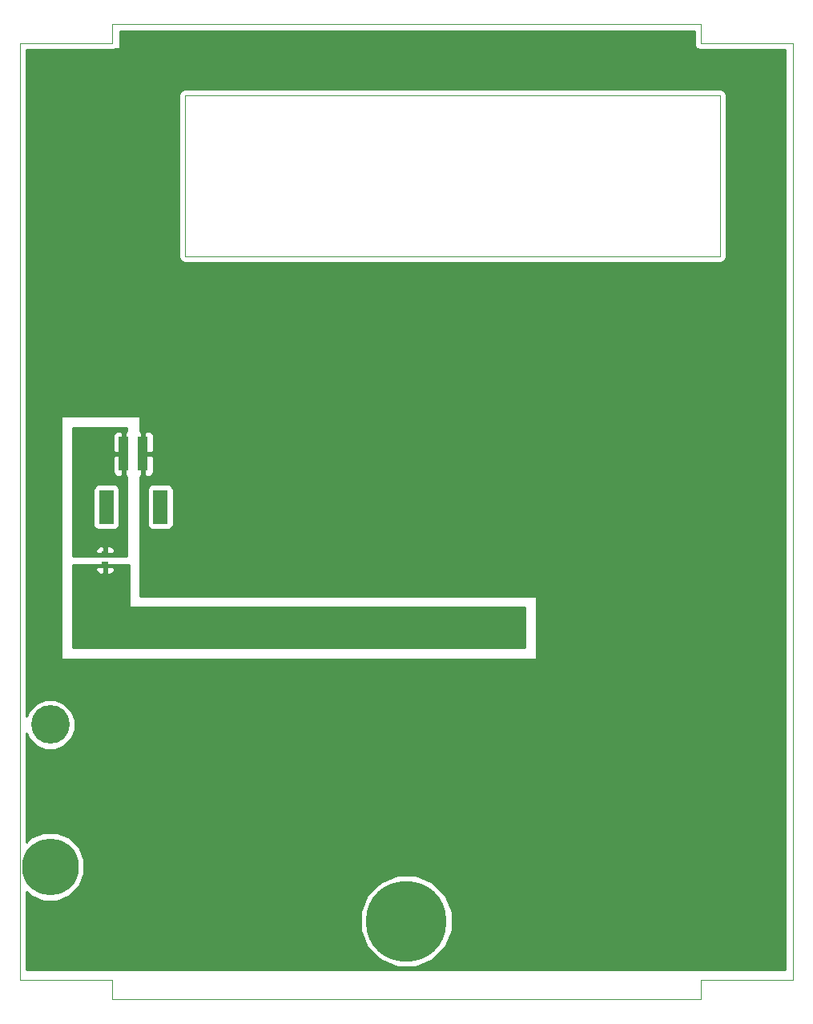
<source format=gbl>
G04 (created by PCBNEW (2013-june-11)-stable) date Sun 22 Dec 2013 12:07:11 AM CST*
%MOIN*%
G04 Gerber Fmt 3.4, Leading zero omitted, Abs format*
%FSLAX34Y34*%
G01*
G70*
G90*
G04 APERTURE LIST*
%ADD10C,0.00590551*%
%ADD11C,0.0039*%
%ADD12C,0.16*%
%ADD13C,0.2362*%
%ADD14R,0.04X0.14*%
%ADD15R,0.06X0.14*%
%ADD16C,0.3346*%
%ADD17R,0.0276X0.0276*%
%ADD18C,0.035*%
%ADD19C,0.015*%
%ADD20C,0.008*%
%ADD21C,0.01*%
G04 APERTURE END LIST*
G54D10*
G54D11*
X51731Y-24661D02*
X51731Y-25458D01*
X27233Y-24661D02*
X51731Y-24661D01*
X27233Y-25448D02*
X27233Y-24661D01*
X51729Y-64425D02*
X51729Y-65212D01*
X27233Y-64425D02*
X27233Y-65212D01*
X51729Y-65212D02*
X27233Y-65212D01*
X30284Y-27614D02*
X30284Y-34307D01*
X52528Y-27614D02*
X52528Y-34307D01*
X30284Y-27614D02*
X52528Y-27614D01*
X52528Y-34307D02*
X30284Y-34307D01*
X55571Y-64425D02*
X51729Y-64425D01*
X55571Y-25452D02*
X55571Y-64425D01*
X51729Y-25452D02*
X55571Y-25452D01*
X23394Y-25452D02*
X27233Y-25452D01*
X23394Y-64425D02*
X23394Y-25452D01*
X23394Y-64425D02*
X27233Y-64425D01*
G54D12*
X24654Y-53795D03*
G54D13*
X24654Y-59700D03*
G54D14*
X27718Y-42520D03*
X28518Y-42520D03*
G54D15*
X29238Y-44740D03*
X26998Y-44740D03*
G54D16*
X39481Y-61964D03*
G54D17*
X26937Y-47161D03*
X26937Y-46727D03*
G54D18*
X53543Y-29527D03*
X54330Y-29527D03*
X54330Y-30314D03*
X53543Y-30314D03*
X53543Y-31102D03*
X54330Y-31102D03*
X54330Y-31889D03*
X53543Y-31889D03*
X27559Y-30314D03*
X27559Y-29527D03*
X26771Y-29527D03*
X26771Y-30314D03*
X25984Y-30314D03*
X25984Y-29527D03*
X25196Y-29527D03*
X25196Y-30314D03*
X31692Y-54724D03*
X32480Y-54724D03*
X33267Y-54724D03*
X34055Y-54724D03*
X46062Y-54724D03*
X46850Y-54724D03*
X47637Y-54724D03*
X48425Y-54724D03*
X48425Y-46456D03*
X46062Y-46456D03*
X46850Y-46456D03*
X47637Y-46456D03*
X30118Y-46062D03*
X30905Y-46062D03*
X31692Y-46062D03*
X32480Y-46062D03*
X40354Y-44881D03*
X40354Y-45669D03*
X40354Y-46456D03*
X40354Y-47244D03*
X40354Y-48031D03*
X40354Y-40944D03*
X40354Y-40157D03*
X40354Y-39370D03*
X40354Y-38582D03*
X40354Y-37795D03*
X45078Y-38976D03*
X45866Y-38976D03*
X46653Y-38976D03*
X47440Y-38976D03*
X48228Y-38976D03*
X40354Y-56692D03*
X40354Y-55905D03*
X40354Y-55118D03*
X40354Y-54330D03*
X40354Y-53543D03*
X30511Y-38976D03*
X31299Y-38976D03*
X32086Y-38976D03*
X32874Y-38976D03*
X27362Y-49409D03*
X26771Y-49409D03*
X26771Y-50000D03*
X26181Y-50000D03*
X26181Y-49409D03*
X27362Y-50000D03*
X42913Y-49212D03*
X44094Y-49212D03*
X43503Y-49212D03*
X42322Y-49212D03*
X42322Y-49803D03*
X42322Y-50393D03*
X41732Y-50393D03*
X41732Y-49803D03*
X41732Y-49212D03*
G54D19*
X49409Y-37007D02*
X49409Y-37795D01*
X51377Y-37007D02*
X53543Y-34842D01*
X53543Y-34842D02*
X53543Y-29527D01*
X54330Y-29527D02*
X54330Y-30314D01*
X53543Y-30314D02*
X53543Y-31102D01*
X54330Y-31102D02*
X54330Y-31889D01*
X49409Y-37007D02*
X51377Y-37007D01*
X49409Y-37795D02*
X48228Y-38976D01*
X27559Y-29527D02*
X27559Y-30314D01*
X26574Y-29724D02*
X26771Y-29527D01*
X26574Y-30118D02*
X26574Y-29724D01*
X26771Y-30314D02*
X26574Y-30118D01*
X25984Y-29527D02*
X25984Y-30314D01*
X25196Y-30314D02*
X25196Y-29527D01*
X32480Y-54724D02*
X31692Y-54724D01*
X34055Y-54724D02*
X33267Y-54724D01*
X46850Y-54724D02*
X46062Y-54724D01*
X48425Y-54724D02*
X47637Y-54724D01*
X47637Y-46456D02*
X48425Y-46456D01*
X47637Y-46456D02*
X46850Y-46456D01*
X30905Y-46062D02*
X30118Y-46062D01*
X32480Y-46062D02*
X31692Y-46062D01*
X40354Y-45669D02*
X40354Y-46456D01*
X40354Y-47244D02*
X40354Y-48031D01*
X40354Y-40157D02*
X40354Y-40944D01*
X40354Y-38582D02*
X40354Y-39370D01*
X43897Y-37795D02*
X40354Y-37795D01*
X45078Y-38976D02*
X43897Y-37795D01*
X46653Y-38976D02*
X45866Y-38976D01*
X48228Y-38976D02*
X47440Y-38976D01*
X40354Y-40944D02*
X40354Y-44881D01*
X40354Y-55118D02*
X40354Y-55905D01*
X40354Y-53543D02*
X40354Y-54330D01*
X31299Y-38976D02*
X30511Y-38976D01*
X32874Y-38976D02*
X32086Y-38976D01*
G54D20*
X27362Y-49409D02*
X26771Y-49409D01*
X26771Y-50000D02*
X26181Y-50000D01*
X42913Y-49212D02*
X43503Y-49212D01*
X42322Y-49803D02*
X42322Y-49212D01*
X41732Y-50393D02*
X42322Y-50393D01*
X41732Y-49212D02*
X41732Y-49803D01*
G54D10*
G36*
X55234Y-63981D02*
X52797Y-63981D01*
X52797Y-34307D01*
X52797Y-27614D01*
X52776Y-27510D01*
X52718Y-27423D01*
X52631Y-27365D01*
X52528Y-27344D01*
X30284Y-27344D01*
X30180Y-27365D01*
X30093Y-27423D01*
X30035Y-27510D01*
X30014Y-27614D01*
X30014Y-34307D01*
X30035Y-34410D01*
X30093Y-34497D01*
X30180Y-34555D01*
X30284Y-34576D01*
X52528Y-34576D01*
X52631Y-34555D01*
X52718Y-34497D01*
X52776Y-34410D01*
X52797Y-34307D01*
X52797Y-63981D01*
X44901Y-63981D01*
X44901Y-51089D01*
X44901Y-48430D01*
X29788Y-48430D01*
X29788Y-45390D01*
X29788Y-43990D01*
X29750Y-43898D01*
X29679Y-43828D01*
X29587Y-43790D01*
X29488Y-43789D01*
X28968Y-43789D01*
X28968Y-43170D01*
X28968Y-41869D01*
X28967Y-41770D01*
X28929Y-41678D01*
X28859Y-41607D01*
X28767Y-41569D01*
X28630Y-41570D01*
X28568Y-41632D01*
X28568Y-42470D01*
X28905Y-42470D01*
X28968Y-42407D01*
X28968Y-41869D01*
X28968Y-43170D01*
X28968Y-42632D01*
X28905Y-42570D01*
X28568Y-42570D01*
X28568Y-43407D01*
X28630Y-43470D01*
X28767Y-43470D01*
X28859Y-43432D01*
X28929Y-43361D01*
X28967Y-43269D01*
X28968Y-43170D01*
X28968Y-43789D01*
X28888Y-43789D01*
X28796Y-43827D01*
X28726Y-43898D01*
X28688Y-43990D01*
X28687Y-44089D01*
X28687Y-45489D01*
X28725Y-45581D01*
X28796Y-45651D01*
X28888Y-45689D01*
X28987Y-45690D01*
X29587Y-45690D01*
X29679Y-45652D01*
X29749Y-45581D01*
X29787Y-45489D01*
X29788Y-45390D01*
X29788Y-48430D01*
X28405Y-48430D01*
X28405Y-43470D01*
X28405Y-43470D01*
X28468Y-43407D01*
X28468Y-42570D01*
X28460Y-42570D01*
X28460Y-42470D01*
X28468Y-42470D01*
X28468Y-41632D01*
X28405Y-41570D01*
X28405Y-41569D01*
X28405Y-40950D01*
X25116Y-40950D01*
X25116Y-51089D01*
X44901Y-51089D01*
X44901Y-63981D01*
X44851Y-63981D01*
X41404Y-63981D01*
X41404Y-61583D01*
X41112Y-60876D01*
X40571Y-60334D01*
X39865Y-60041D01*
X39100Y-60040D01*
X38393Y-60332D01*
X37851Y-60873D01*
X37558Y-61579D01*
X37557Y-62344D01*
X37849Y-63051D01*
X38390Y-63593D01*
X39096Y-63886D01*
X39861Y-63887D01*
X40568Y-63595D01*
X41110Y-63054D01*
X41403Y-62348D01*
X41404Y-61583D01*
X41404Y-63981D01*
X23663Y-63981D01*
X23663Y-60733D01*
X23842Y-60912D01*
X24368Y-61130D01*
X24937Y-61131D01*
X25463Y-60913D01*
X25866Y-60511D01*
X26084Y-59985D01*
X26085Y-59416D01*
X25867Y-58890D01*
X25465Y-58487D01*
X24939Y-58269D01*
X24370Y-58268D01*
X23844Y-58486D01*
X23663Y-58666D01*
X23663Y-54147D01*
X23763Y-54389D01*
X24058Y-54684D01*
X24444Y-54844D01*
X24861Y-54845D01*
X25248Y-54685D01*
X25543Y-54390D01*
X25703Y-54004D01*
X25704Y-53587D01*
X25544Y-53201D01*
X25249Y-52905D01*
X24863Y-52745D01*
X24446Y-52744D01*
X24060Y-52904D01*
X23764Y-53199D01*
X23663Y-53442D01*
X23663Y-25721D01*
X27233Y-25721D01*
X27336Y-25700D01*
X27345Y-25695D01*
X27578Y-25695D01*
X27578Y-24930D01*
X51461Y-24930D01*
X51461Y-25441D01*
X51459Y-25452D01*
X51480Y-25555D01*
X51481Y-25556D01*
X51482Y-25561D01*
X51494Y-25579D01*
X51494Y-25695D01*
X51609Y-25695D01*
X51627Y-25706D01*
X51731Y-25727D01*
X51761Y-25721D01*
X55234Y-25721D01*
X55234Y-63981D01*
X55234Y-63981D01*
G37*
G54D21*
X55234Y-63981D02*
X52797Y-63981D01*
X52797Y-34307D01*
X52797Y-27614D01*
X52776Y-27510D01*
X52718Y-27423D01*
X52631Y-27365D01*
X52528Y-27344D01*
X30284Y-27344D01*
X30180Y-27365D01*
X30093Y-27423D01*
X30035Y-27510D01*
X30014Y-27614D01*
X30014Y-34307D01*
X30035Y-34410D01*
X30093Y-34497D01*
X30180Y-34555D01*
X30284Y-34576D01*
X52528Y-34576D01*
X52631Y-34555D01*
X52718Y-34497D01*
X52776Y-34410D01*
X52797Y-34307D01*
X52797Y-63981D01*
X44901Y-63981D01*
X44901Y-51089D01*
X44901Y-48430D01*
X29788Y-48430D01*
X29788Y-45390D01*
X29788Y-43990D01*
X29750Y-43898D01*
X29679Y-43828D01*
X29587Y-43790D01*
X29488Y-43789D01*
X28968Y-43789D01*
X28968Y-43170D01*
X28968Y-41869D01*
X28967Y-41770D01*
X28929Y-41678D01*
X28859Y-41607D01*
X28767Y-41569D01*
X28630Y-41570D01*
X28568Y-41632D01*
X28568Y-42470D01*
X28905Y-42470D01*
X28968Y-42407D01*
X28968Y-41869D01*
X28968Y-43170D01*
X28968Y-42632D01*
X28905Y-42570D01*
X28568Y-42570D01*
X28568Y-43407D01*
X28630Y-43470D01*
X28767Y-43470D01*
X28859Y-43432D01*
X28929Y-43361D01*
X28967Y-43269D01*
X28968Y-43170D01*
X28968Y-43789D01*
X28888Y-43789D01*
X28796Y-43827D01*
X28726Y-43898D01*
X28688Y-43990D01*
X28687Y-44089D01*
X28687Y-45489D01*
X28725Y-45581D01*
X28796Y-45651D01*
X28888Y-45689D01*
X28987Y-45690D01*
X29587Y-45690D01*
X29679Y-45652D01*
X29749Y-45581D01*
X29787Y-45489D01*
X29788Y-45390D01*
X29788Y-48430D01*
X28405Y-48430D01*
X28405Y-43470D01*
X28405Y-43470D01*
X28468Y-43407D01*
X28468Y-42570D01*
X28460Y-42570D01*
X28460Y-42470D01*
X28468Y-42470D01*
X28468Y-41632D01*
X28405Y-41570D01*
X28405Y-41569D01*
X28405Y-40950D01*
X25116Y-40950D01*
X25116Y-51089D01*
X44901Y-51089D01*
X44901Y-63981D01*
X44851Y-63981D01*
X41404Y-63981D01*
X41404Y-61583D01*
X41112Y-60876D01*
X40571Y-60334D01*
X39865Y-60041D01*
X39100Y-60040D01*
X38393Y-60332D01*
X37851Y-60873D01*
X37558Y-61579D01*
X37557Y-62344D01*
X37849Y-63051D01*
X38390Y-63593D01*
X39096Y-63886D01*
X39861Y-63887D01*
X40568Y-63595D01*
X41110Y-63054D01*
X41403Y-62348D01*
X41404Y-61583D01*
X41404Y-63981D01*
X23663Y-63981D01*
X23663Y-60733D01*
X23842Y-60912D01*
X24368Y-61130D01*
X24937Y-61131D01*
X25463Y-60913D01*
X25866Y-60511D01*
X26084Y-59985D01*
X26085Y-59416D01*
X25867Y-58890D01*
X25465Y-58487D01*
X24939Y-58269D01*
X24370Y-58268D01*
X23844Y-58486D01*
X23663Y-58666D01*
X23663Y-54147D01*
X23763Y-54389D01*
X24058Y-54684D01*
X24444Y-54844D01*
X24861Y-54845D01*
X25248Y-54685D01*
X25543Y-54390D01*
X25703Y-54004D01*
X25704Y-53587D01*
X25544Y-53201D01*
X25249Y-52905D01*
X24863Y-52745D01*
X24446Y-52744D01*
X24060Y-52904D01*
X23764Y-53199D01*
X23663Y-53442D01*
X23663Y-25721D01*
X27233Y-25721D01*
X27336Y-25700D01*
X27345Y-25695D01*
X27578Y-25695D01*
X27578Y-24930D01*
X51461Y-24930D01*
X51461Y-25441D01*
X51459Y-25452D01*
X51480Y-25555D01*
X51481Y-25556D01*
X51482Y-25561D01*
X51494Y-25579D01*
X51494Y-25695D01*
X51609Y-25695D01*
X51627Y-25706D01*
X51731Y-25727D01*
X51761Y-25721D01*
X55234Y-25721D01*
X55234Y-63981D01*
G54D10*
G36*
X44407Y-50595D02*
X27325Y-50595D01*
X27325Y-47348D01*
X27325Y-47273D01*
X27262Y-47211D01*
X26987Y-47211D01*
X26987Y-47486D01*
X27049Y-47549D01*
X27025Y-47549D01*
X27124Y-47548D01*
X27216Y-47510D01*
X27287Y-47440D01*
X27325Y-47348D01*
X27325Y-50595D01*
X26887Y-50595D01*
X26887Y-47486D01*
X26887Y-47211D01*
X26611Y-47211D01*
X26549Y-47273D01*
X26548Y-47348D01*
X26586Y-47440D01*
X26657Y-47510D01*
X26749Y-47548D01*
X26848Y-47549D01*
X26824Y-47549D01*
X26887Y-47486D01*
X26887Y-50595D01*
X25609Y-50595D01*
X25609Y-47152D01*
X27950Y-47152D01*
X27950Y-48924D01*
X44407Y-48924D01*
X44407Y-50595D01*
X44407Y-50595D01*
G37*
G54D21*
X44407Y-50595D02*
X27325Y-50595D01*
X27325Y-47348D01*
X27325Y-47273D01*
X27262Y-47211D01*
X26987Y-47211D01*
X26987Y-47486D01*
X27049Y-47549D01*
X27025Y-47549D01*
X27124Y-47548D01*
X27216Y-47510D01*
X27287Y-47440D01*
X27325Y-47348D01*
X27325Y-50595D01*
X26887Y-50595D01*
X26887Y-47486D01*
X26887Y-47211D01*
X26611Y-47211D01*
X26549Y-47273D01*
X26548Y-47348D01*
X26586Y-47440D01*
X26657Y-47510D01*
X26749Y-47548D01*
X26848Y-47549D01*
X26824Y-47549D01*
X26887Y-47486D01*
X26887Y-50595D01*
X25609Y-50595D01*
X25609Y-47152D01*
X27950Y-47152D01*
X27950Y-48924D01*
X44407Y-48924D01*
X44407Y-50595D01*
G54D10*
G36*
X27832Y-46776D02*
X27668Y-46776D01*
X27668Y-43407D01*
X27668Y-42570D01*
X27668Y-42470D01*
X27668Y-41632D01*
X27605Y-41570D01*
X27468Y-41569D01*
X27376Y-41607D01*
X27306Y-41678D01*
X27268Y-41770D01*
X27267Y-41869D01*
X27268Y-42407D01*
X27330Y-42470D01*
X27668Y-42470D01*
X27668Y-42570D01*
X27330Y-42570D01*
X27268Y-42632D01*
X27267Y-43170D01*
X27268Y-43269D01*
X27306Y-43361D01*
X27376Y-43432D01*
X27468Y-43470D01*
X27605Y-43470D01*
X27668Y-43407D01*
X27668Y-46776D01*
X27548Y-46776D01*
X27548Y-45390D01*
X27548Y-43990D01*
X27510Y-43898D01*
X27439Y-43828D01*
X27347Y-43790D01*
X27248Y-43789D01*
X26648Y-43789D01*
X26556Y-43827D01*
X26486Y-43898D01*
X26448Y-43990D01*
X26447Y-44089D01*
X26447Y-45489D01*
X26485Y-45581D01*
X26556Y-45651D01*
X26648Y-45689D01*
X26747Y-45690D01*
X27347Y-45690D01*
X27439Y-45652D01*
X27509Y-45581D01*
X27547Y-45489D01*
X27548Y-45390D01*
X27548Y-46776D01*
X27325Y-46776D01*
X27325Y-46539D01*
X27287Y-46447D01*
X27216Y-46377D01*
X27124Y-46339D01*
X27025Y-46338D01*
X27049Y-46339D01*
X26987Y-46401D01*
X26987Y-46677D01*
X27262Y-46677D01*
X27325Y-46614D01*
X27325Y-46539D01*
X27325Y-46776D01*
X27132Y-46776D01*
X27124Y-46773D01*
X27025Y-46772D01*
X26887Y-46772D01*
X26887Y-46677D01*
X26887Y-46401D01*
X26824Y-46339D01*
X26848Y-46338D01*
X26749Y-46339D01*
X26657Y-46377D01*
X26586Y-46447D01*
X26548Y-46539D01*
X26549Y-46614D01*
X26611Y-46677D01*
X26887Y-46677D01*
X26887Y-46772D01*
X26749Y-46772D01*
X26742Y-46776D01*
X25609Y-46776D01*
X25609Y-41443D01*
X27832Y-41443D01*
X27832Y-41569D01*
X27830Y-41570D01*
X27768Y-41632D01*
X27768Y-42470D01*
X27775Y-42470D01*
X27775Y-42570D01*
X27768Y-42570D01*
X27768Y-43407D01*
X27830Y-43470D01*
X27832Y-43470D01*
X27832Y-46776D01*
X27832Y-46776D01*
G37*
G54D21*
X27832Y-46776D02*
X27668Y-46776D01*
X27668Y-43407D01*
X27668Y-42570D01*
X27668Y-42470D01*
X27668Y-41632D01*
X27605Y-41570D01*
X27468Y-41569D01*
X27376Y-41607D01*
X27306Y-41678D01*
X27268Y-41770D01*
X27267Y-41869D01*
X27268Y-42407D01*
X27330Y-42470D01*
X27668Y-42470D01*
X27668Y-42570D01*
X27330Y-42570D01*
X27268Y-42632D01*
X27267Y-43170D01*
X27268Y-43269D01*
X27306Y-43361D01*
X27376Y-43432D01*
X27468Y-43470D01*
X27605Y-43470D01*
X27668Y-43407D01*
X27668Y-46776D01*
X27548Y-46776D01*
X27548Y-45390D01*
X27548Y-43990D01*
X27510Y-43898D01*
X27439Y-43828D01*
X27347Y-43790D01*
X27248Y-43789D01*
X26648Y-43789D01*
X26556Y-43827D01*
X26486Y-43898D01*
X26448Y-43990D01*
X26447Y-44089D01*
X26447Y-45489D01*
X26485Y-45581D01*
X26556Y-45651D01*
X26648Y-45689D01*
X26747Y-45690D01*
X27347Y-45690D01*
X27439Y-45652D01*
X27509Y-45581D01*
X27547Y-45489D01*
X27548Y-45390D01*
X27548Y-46776D01*
X27325Y-46776D01*
X27325Y-46539D01*
X27287Y-46447D01*
X27216Y-46377D01*
X27124Y-46339D01*
X27025Y-46338D01*
X27049Y-46339D01*
X26987Y-46401D01*
X26987Y-46677D01*
X27262Y-46677D01*
X27325Y-46614D01*
X27325Y-46539D01*
X27325Y-46776D01*
X27132Y-46776D01*
X27124Y-46773D01*
X27025Y-46772D01*
X26887Y-46772D01*
X26887Y-46677D01*
X26887Y-46401D01*
X26824Y-46339D01*
X26848Y-46338D01*
X26749Y-46339D01*
X26657Y-46377D01*
X26586Y-46447D01*
X26548Y-46539D01*
X26549Y-46614D01*
X26611Y-46677D01*
X26887Y-46677D01*
X26887Y-46772D01*
X26749Y-46772D01*
X26742Y-46776D01*
X25609Y-46776D01*
X25609Y-41443D01*
X27832Y-41443D01*
X27832Y-41569D01*
X27830Y-41570D01*
X27768Y-41632D01*
X27768Y-42470D01*
X27775Y-42470D01*
X27775Y-42570D01*
X27768Y-42570D01*
X27768Y-43407D01*
X27830Y-43470D01*
X27832Y-43470D01*
X27832Y-46776D01*
M02*

</source>
